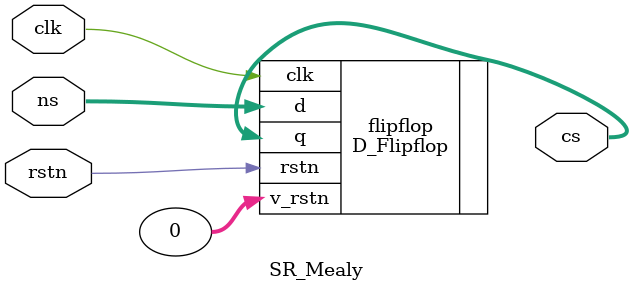
<source format=v>
`timescale 1ns / 1ps


module SR_Mealy(
    input [1:0] ns,
    input clk, rstn,
    output [1:0] cs
    );
    D_Flipflop #(2) flipflop
    (//直接用一个触发器实现状态的存储和更新
        .d (ns),
        .clk (clk),
        .rstn (rstn),
        .v_rstn (0),
        .q (cs)
    );
endmodule

</source>
